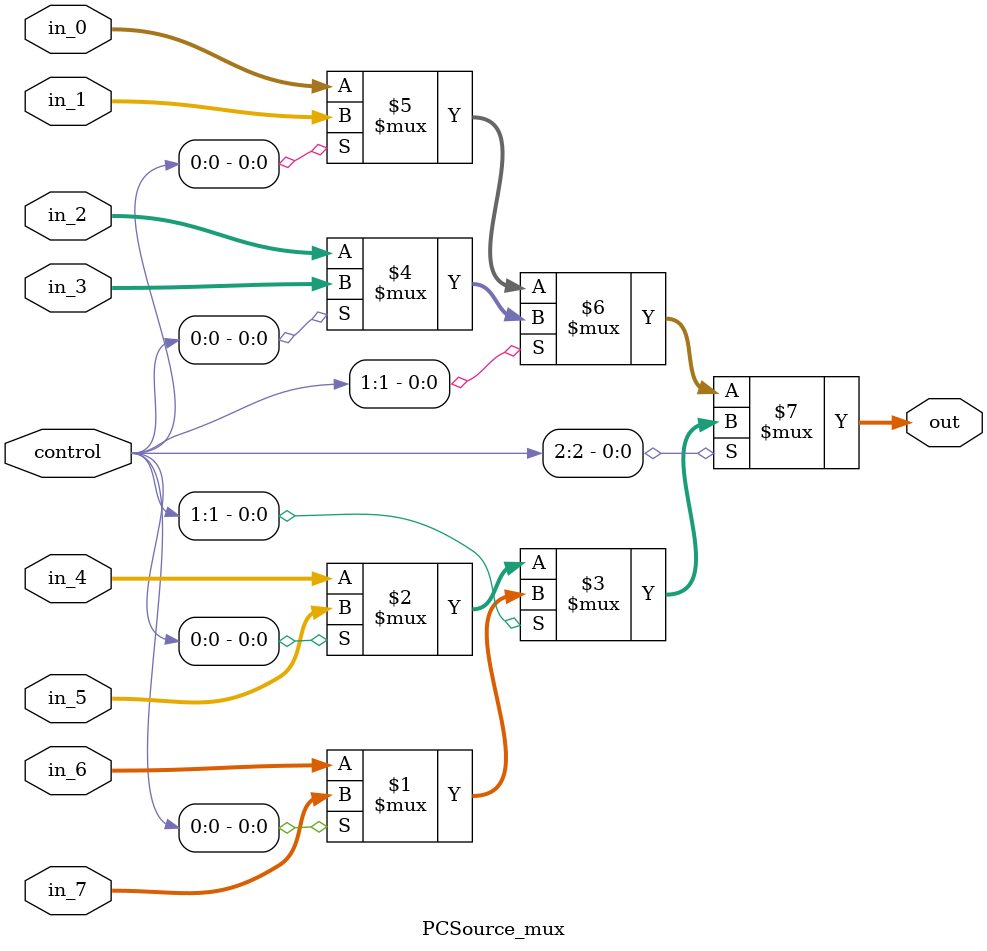
<source format=v>
module PCSource_mux (
    input wire[2:0] control,

    input wire[31:0] in_0, // ALU - 000
    input wire[31:0] in_1, // ALUOut - 001
    input wire[31:0] in_2, // Instruction - 010
    input wire[31:0] in_3, // EPC - 011
    input wire[31:0] in_4, // Exception - 100
    input wire[31:0] in_5, // 253 - 101
    input wire[31:0] in_6, // 254 - 110
    input wire[31:0] in_7, // 255 - 111

    output wire [31:0] out
);
    assign out = (control[2] ? (control[1] ? (control[0] ? in_7 : in_6) : (control[0] ? in_5 : in_4)) : (control[1] ? (control[0] ? in_3 : in_2) : (control[0] ? in_1 : in_0)));
endmodule

</source>
